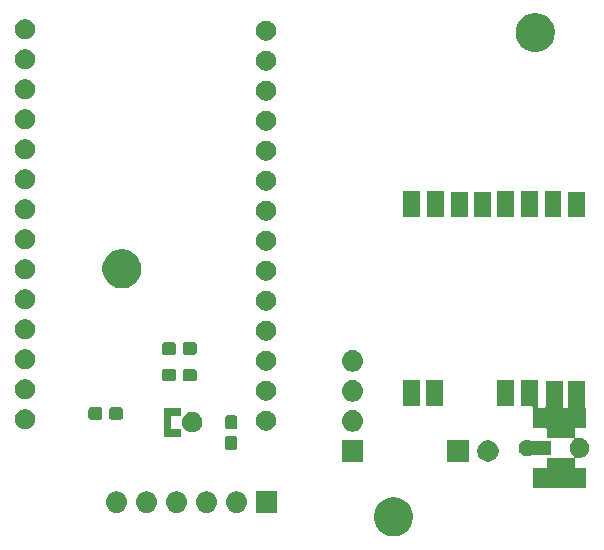
<source format=gbr>
G04 #@! TF.GenerationSoftware,KiCad,Pcbnew,(5.1.0)-1*
G04 #@! TF.CreationDate,2019-05-29T17:20:43+02:00*
G04 #@! TF.ProjectId,Mini-Lora,4d696e69-2d4c-46f7-9261-2e6b69636164,rev?*
G04 #@! TF.SameCoordinates,Original*
G04 #@! TF.FileFunction,Soldermask,Top*
G04 #@! TF.FilePolarity,Negative*
%FSLAX46Y46*%
G04 Gerber Fmt 4.6, Leading zero omitted, Abs format (unit mm)*
G04 Created by KiCad (PCBNEW (5.1.0)-1) date 2019-05-29 17:20:43*
%MOMM*%
%LPD*%
G04 APERTURE LIST*
%ADD10C,0.100000*%
G04 APERTURE END LIST*
D10*
G36*
X167125256Y-112141298D02*
G01*
X167231579Y-112162447D01*
X167532042Y-112286903D01*
X167802451Y-112467585D01*
X168032415Y-112697549D01*
X168213097Y-112967958D01*
X168337553Y-113268421D01*
X168401000Y-113587391D01*
X168401000Y-113912609D01*
X168337553Y-114231579D01*
X168213097Y-114532042D01*
X168032415Y-114802451D01*
X167802451Y-115032415D01*
X167532042Y-115213097D01*
X167231579Y-115337553D01*
X167125256Y-115358702D01*
X166912611Y-115401000D01*
X166587389Y-115401000D01*
X166374744Y-115358702D01*
X166268421Y-115337553D01*
X165967958Y-115213097D01*
X165697549Y-115032415D01*
X165467585Y-114802451D01*
X165286903Y-114532042D01*
X165162447Y-114231579D01*
X165099000Y-113912609D01*
X165099000Y-113587391D01*
X165162447Y-113268421D01*
X165286903Y-112967958D01*
X165467585Y-112697549D01*
X165697549Y-112467585D01*
X165967958Y-112286903D01*
X166268421Y-112162447D01*
X166374744Y-112141298D01*
X166587389Y-112099000D01*
X166912611Y-112099000D01*
X167125256Y-112141298D01*
X167125256Y-112141298D01*
G37*
G36*
X156901000Y-113401000D02*
G01*
X155099000Y-113401000D01*
X155099000Y-111599000D01*
X156901000Y-111599000D01*
X156901000Y-113401000D01*
X156901000Y-113401000D01*
G37*
G36*
X143410443Y-111605519D02*
G01*
X143476627Y-111612037D01*
X143646466Y-111663557D01*
X143802991Y-111747222D01*
X143838729Y-111776552D01*
X143940186Y-111859814D01*
X144023448Y-111961271D01*
X144052778Y-111997009D01*
X144136443Y-112153534D01*
X144187963Y-112323373D01*
X144205359Y-112500000D01*
X144187963Y-112676627D01*
X144136443Y-112846466D01*
X144052778Y-113002991D01*
X144023448Y-113038729D01*
X143940186Y-113140186D01*
X143838729Y-113223448D01*
X143802991Y-113252778D01*
X143646466Y-113336443D01*
X143476627Y-113387963D01*
X143410442Y-113394482D01*
X143344260Y-113401000D01*
X143255740Y-113401000D01*
X143189558Y-113394482D01*
X143123373Y-113387963D01*
X142953534Y-113336443D01*
X142797009Y-113252778D01*
X142761271Y-113223448D01*
X142659814Y-113140186D01*
X142576552Y-113038729D01*
X142547222Y-113002991D01*
X142463557Y-112846466D01*
X142412037Y-112676627D01*
X142394641Y-112500000D01*
X142412037Y-112323373D01*
X142463557Y-112153534D01*
X142547222Y-111997009D01*
X142576552Y-111961271D01*
X142659814Y-111859814D01*
X142761271Y-111776552D01*
X142797009Y-111747222D01*
X142953534Y-111663557D01*
X143123373Y-111612037D01*
X143189557Y-111605519D01*
X143255740Y-111599000D01*
X143344260Y-111599000D01*
X143410443Y-111605519D01*
X143410443Y-111605519D01*
G37*
G36*
X145950443Y-111605519D02*
G01*
X146016627Y-111612037D01*
X146186466Y-111663557D01*
X146342991Y-111747222D01*
X146378729Y-111776552D01*
X146480186Y-111859814D01*
X146563448Y-111961271D01*
X146592778Y-111997009D01*
X146676443Y-112153534D01*
X146727963Y-112323373D01*
X146745359Y-112500000D01*
X146727963Y-112676627D01*
X146676443Y-112846466D01*
X146592778Y-113002991D01*
X146563448Y-113038729D01*
X146480186Y-113140186D01*
X146378729Y-113223448D01*
X146342991Y-113252778D01*
X146186466Y-113336443D01*
X146016627Y-113387963D01*
X145950442Y-113394482D01*
X145884260Y-113401000D01*
X145795740Y-113401000D01*
X145729558Y-113394482D01*
X145663373Y-113387963D01*
X145493534Y-113336443D01*
X145337009Y-113252778D01*
X145301271Y-113223448D01*
X145199814Y-113140186D01*
X145116552Y-113038729D01*
X145087222Y-113002991D01*
X145003557Y-112846466D01*
X144952037Y-112676627D01*
X144934641Y-112500000D01*
X144952037Y-112323373D01*
X145003557Y-112153534D01*
X145087222Y-111997009D01*
X145116552Y-111961271D01*
X145199814Y-111859814D01*
X145301271Y-111776552D01*
X145337009Y-111747222D01*
X145493534Y-111663557D01*
X145663373Y-111612037D01*
X145729557Y-111605519D01*
X145795740Y-111599000D01*
X145884260Y-111599000D01*
X145950443Y-111605519D01*
X145950443Y-111605519D01*
G37*
G36*
X151030443Y-111605519D02*
G01*
X151096627Y-111612037D01*
X151266466Y-111663557D01*
X151422991Y-111747222D01*
X151458729Y-111776552D01*
X151560186Y-111859814D01*
X151643448Y-111961271D01*
X151672778Y-111997009D01*
X151756443Y-112153534D01*
X151807963Y-112323373D01*
X151825359Y-112500000D01*
X151807963Y-112676627D01*
X151756443Y-112846466D01*
X151672778Y-113002991D01*
X151643448Y-113038729D01*
X151560186Y-113140186D01*
X151458729Y-113223448D01*
X151422991Y-113252778D01*
X151266466Y-113336443D01*
X151096627Y-113387963D01*
X151030442Y-113394482D01*
X150964260Y-113401000D01*
X150875740Y-113401000D01*
X150809558Y-113394482D01*
X150743373Y-113387963D01*
X150573534Y-113336443D01*
X150417009Y-113252778D01*
X150381271Y-113223448D01*
X150279814Y-113140186D01*
X150196552Y-113038729D01*
X150167222Y-113002991D01*
X150083557Y-112846466D01*
X150032037Y-112676627D01*
X150014641Y-112500000D01*
X150032037Y-112323373D01*
X150083557Y-112153534D01*
X150167222Y-111997009D01*
X150196552Y-111961271D01*
X150279814Y-111859814D01*
X150381271Y-111776552D01*
X150417009Y-111747222D01*
X150573534Y-111663557D01*
X150743373Y-111612037D01*
X150809557Y-111605519D01*
X150875740Y-111599000D01*
X150964260Y-111599000D01*
X151030443Y-111605519D01*
X151030443Y-111605519D01*
G37*
G36*
X153570443Y-111605519D02*
G01*
X153636627Y-111612037D01*
X153806466Y-111663557D01*
X153962991Y-111747222D01*
X153998729Y-111776552D01*
X154100186Y-111859814D01*
X154183448Y-111961271D01*
X154212778Y-111997009D01*
X154296443Y-112153534D01*
X154347963Y-112323373D01*
X154365359Y-112500000D01*
X154347963Y-112676627D01*
X154296443Y-112846466D01*
X154212778Y-113002991D01*
X154183448Y-113038729D01*
X154100186Y-113140186D01*
X153998729Y-113223448D01*
X153962991Y-113252778D01*
X153806466Y-113336443D01*
X153636627Y-113387963D01*
X153570442Y-113394482D01*
X153504260Y-113401000D01*
X153415740Y-113401000D01*
X153349558Y-113394482D01*
X153283373Y-113387963D01*
X153113534Y-113336443D01*
X152957009Y-113252778D01*
X152921271Y-113223448D01*
X152819814Y-113140186D01*
X152736552Y-113038729D01*
X152707222Y-113002991D01*
X152623557Y-112846466D01*
X152572037Y-112676627D01*
X152554641Y-112500000D01*
X152572037Y-112323373D01*
X152623557Y-112153534D01*
X152707222Y-111997009D01*
X152736552Y-111961271D01*
X152819814Y-111859814D01*
X152921271Y-111776552D01*
X152957009Y-111747222D01*
X153113534Y-111663557D01*
X153283373Y-111612037D01*
X153349557Y-111605519D01*
X153415740Y-111599000D01*
X153504260Y-111599000D01*
X153570443Y-111605519D01*
X153570443Y-111605519D01*
G37*
G36*
X148490443Y-111605519D02*
G01*
X148556627Y-111612037D01*
X148726466Y-111663557D01*
X148882991Y-111747222D01*
X148918729Y-111776552D01*
X149020186Y-111859814D01*
X149103448Y-111961271D01*
X149132778Y-111997009D01*
X149216443Y-112153534D01*
X149267963Y-112323373D01*
X149285359Y-112500000D01*
X149267963Y-112676627D01*
X149216443Y-112846466D01*
X149132778Y-113002991D01*
X149103448Y-113038729D01*
X149020186Y-113140186D01*
X148918729Y-113223448D01*
X148882991Y-113252778D01*
X148726466Y-113336443D01*
X148556627Y-113387963D01*
X148490442Y-113394482D01*
X148424260Y-113401000D01*
X148335740Y-113401000D01*
X148269558Y-113394482D01*
X148203373Y-113387963D01*
X148033534Y-113336443D01*
X147877009Y-113252778D01*
X147841271Y-113223448D01*
X147739814Y-113140186D01*
X147656552Y-113038729D01*
X147627222Y-113002991D01*
X147543557Y-112846466D01*
X147492037Y-112676627D01*
X147474641Y-112500000D01*
X147492037Y-112323373D01*
X147543557Y-112153534D01*
X147627222Y-111997009D01*
X147656552Y-111961271D01*
X147739814Y-111859814D01*
X147841271Y-111776552D01*
X147877009Y-111747222D01*
X148033534Y-111663557D01*
X148203373Y-111612037D01*
X148269557Y-111605519D01*
X148335740Y-111599000D01*
X148424260Y-111599000D01*
X148490443Y-111605519D01*
X148490443Y-111605519D01*
G37*
G36*
X178964409Y-104420021D02*
G01*
X178966811Y-104444407D01*
X178973924Y-104467856D01*
X178985475Y-104489467D01*
X179001020Y-104508409D01*
X179019962Y-104523954D01*
X179041573Y-104535505D01*
X179065022Y-104542618D01*
X179089408Y-104545020D01*
X179512010Y-104545020D01*
X179536396Y-104542618D01*
X179559845Y-104535505D01*
X179581456Y-104523954D01*
X179600398Y-104508409D01*
X179615943Y-104489467D01*
X179627494Y-104467856D01*
X179634607Y-104444407D01*
X179637009Y-104420021D01*
X179637009Y-102212520D01*
X181059409Y-102212520D01*
X181059409Y-104420021D01*
X181061811Y-104444407D01*
X181068924Y-104467856D01*
X181080475Y-104489467D01*
X181096020Y-104508409D01*
X181114962Y-104523954D01*
X181136573Y-104535505D01*
X181160022Y-104542618D01*
X181184408Y-104545020D01*
X181417010Y-104545020D01*
X181441396Y-104542618D01*
X181464845Y-104535505D01*
X181486456Y-104523954D01*
X181505398Y-104508409D01*
X181520943Y-104489467D01*
X181532494Y-104467856D01*
X181539607Y-104444407D01*
X181542009Y-104420021D01*
X181542009Y-102212520D01*
X182964409Y-102212520D01*
X182964409Y-104420021D01*
X182966811Y-104444407D01*
X182973924Y-104467856D01*
X182985475Y-104489467D01*
X183001020Y-104508409D01*
X183012909Y-104518166D01*
X183012909Y-106221420D01*
X182205908Y-106221420D01*
X182181522Y-106223822D01*
X182158073Y-106230935D01*
X182136462Y-106242486D01*
X182117520Y-106258031D01*
X182101975Y-106276973D01*
X182090424Y-106298584D01*
X182083311Y-106322033D01*
X182080909Y-106346419D01*
X182080909Y-106999250D01*
X182083311Y-107023636D01*
X182090424Y-107047085D01*
X182101975Y-107068696D01*
X182117520Y-107087638D01*
X182136462Y-107103183D01*
X182158073Y-107114734D01*
X182181522Y-107121847D01*
X182205908Y-107124249D01*
X182230294Y-107121847D01*
X182241316Y-107118504D01*
X182247714Y-107117231D01*
X182247715Y-107117231D01*
X182320902Y-107102673D01*
X182409652Y-107085020D01*
X182574766Y-107085020D01*
X182655734Y-107101125D01*
X182736703Y-107117231D01*
X182889247Y-107180417D01*
X182936544Y-107212020D01*
X183026531Y-107272147D01*
X183143282Y-107388898D01*
X183143284Y-107388901D01*
X183235012Y-107526182D01*
X183235012Y-107526183D01*
X183298198Y-107678726D01*
X183330409Y-107840664D01*
X183330409Y-108005776D01*
X183305567Y-108130669D01*
X183298198Y-108167713D01*
X183235012Y-108320258D01*
X183197377Y-108376583D01*
X183143282Y-108457542D01*
X183026531Y-108574293D01*
X183026528Y-108574295D01*
X182889247Y-108666023D01*
X182845192Y-108684271D01*
X182736703Y-108729209D01*
X182666058Y-108743261D01*
X182574766Y-108761420D01*
X182409652Y-108761420D01*
X182318360Y-108743261D01*
X182247715Y-108729209D01*
X182247714Y-108729209D01*
X182241316Y-108727936D01*
X182230287Y-108724591D01*
X182205900Y-108722191D01*
X182181514Y-108724594D01*
X182158066Y-108731709D01*
X182136456Y-108743261D01*
X182117515Y-108758808D01*
X182101971Y-108777751D01*
X182090421Y-108799362D01*
X182083309Y-108822811D01*
X182080909Y-108847190D01*
X182080909Y-109500021D01*
X182083311Y-109524407D01*
X182090424Y-109547856D01*
X182101975Y-109569467D01*
X182117520Y-109588409D01*
X182136462Y-109603954D01*
X182158073Y-109615505D01*
X182181522Y-109622618D01*
X182205908Y-109625020D01*
X183012909Y-109625020D01*
X183012909Y-111301420D01*
X178542509Y-111301420D01*
X178542509Y-109625020D01*
X179603510Y-109625020D01*
X179627896Y-109622618D01*
X179651345Y-109615505D01*
X179672956Y-109603954D01*
X179691898Y-109588409D01*
X179707443Y-109569467D01*
X179718994Y-109547856D01*
X179726107Y-109524407D01*
X179728509Y-109500021D01*
X179728509Y-108832247D01*
X179729425Y-108822946D01*
X179730350Y-108819896D01*
X179731849Y-108817091D01*
X179733869Y-108814630D01*
X179736330Y-108812610D01*
X179739135Y-108811111D01*
X179742185Y-108810186D01*
X179751486Y-108809270D01*
X181897489Y-108809270D01*
X181921875Y-108806868D01*
X181945324Y-108799755D01*
X181966935Y-108788204D01*
X181985877Y-108772659D01*
X182001422Y-108753717D01*
X182012973Y-108732106D01*
X182020086Y-108708657D01*
X182022488Y-108684271D01*
X182020086Y-108659885D01*
X182012973Y-108636436D01*
X182001422Y-108614825D01*
X181985877Y-108595883D01*
X181966934Y-108580338D01*
X181957890Y-108574295D01*
X181957887Y-108574293D01*
X181841136Y-108457542D01*
X181787041Y-108376583D01*
X181749406Y-108320258D01*
X181686220Y-108167713D01*
X181678852Y-108130669D01*
X181654009Y-108005776D01*
X181654009Y-107840664D01*
X181686220Y-107678726D01*
X181749406Y-107526183D01*
X181749406Y-107526182D01*
X181841134Y-107388901D01*
X181841136Y-107388898D01*
X181957887Y-107272147D01*
X181966934Y-107266102D01*
X181985876Y-107250557D01*
X182001421Y-107231615D01*
X182012973Y-107210005D01*
X182020086Y-107186556D01*
X182022488Y-107162170D01*
X182020086Y-107137784D01*
X182012973Y-107114335D01*
X182001422Y-107092724D01*
X181985877Y-107073782D01*
X181966935Y-107058237D01*
X181945325Y-107046685D01*
X181921876Y-107039572D01*
X181897489Y-107037170D01*
X179751486Y-107037170D01*
X179742185Y-107036254D01*
X179739135Y-107035329D01*
X179736330Y-107033830D01*
X179733869Y-107031810D01*
X179731849Y-107029349D01*
X179730350Y-107026544D01*
X179729425Y-107023494D01*
X179728509Y-107014193D01*
X179728509Y-106346419D01*
X179726107Y-106322033D01*
X179718994Y-106298584D01*
X179707443Y-106276973D01*
X179691898Y-106258031D01*
X179672956Y-106242486D01*
X179651345Y-106230935D01*
X179627896Y-106223822D01*
X179603510Y-106221420D01*
X178542509Y-106221420D01*
X178542509Y-104487919D01*
X178540107Y-104463533D01*
X178532994Y-104440084D01*
X178521443Y-104418473D01*
X178505898Y-104399531D01*
X178486956Y-104383986D01*
X178465345Y-104372435D01*
X178441896Y-104365322D01*
X178417510Y-104362920D01*
X177542009Y-104362920D01*
X177542009Y-102210520D01*
X178964409Y-102210520D01*
X178964409Y-104420021D01*
X178964409Y-104420021D01*
G37*
G36*
X175008224Y-107310171D02*
G01*
X175125409Y-107358711D01*
X175172324Y-107378144D01*
X175320009Y-107476824D01*
X175445605Y-107602420D01*
X175521344Y-107715771D01*
X175544286Y-107750107D01*
X175612258Y-107914205D01*
X175646909Y-108088409D01*
X175646909Y-108266031D01*
X175612258Y-108440235D01*
X175575703Y-108528486D01*
X175544285Y-108604335D01*
X175445605Y-108752020D01*
X175320009Y-108877616D01*
X175172324Y-108976296D01*
X175172323Y-108976297D01*
X175172322Y-108976297D01*
X175008224Y-109044269D01*
X174834020Y-109078920D01*
X174656398Y-109078920D01*
X174482194Y-109044269D01*
X174318096Y-108976297D01*
X174318095Y-108976297D01*
X174318094Y-108976296D01*
X174170409Y-108877616D01*
X174044813Y-108752020D01*
X173946133Y-108604335D01*
X173914715Y-108528486D01*
X173878160Y-108440235D01*
X173843509Y-108266031D01*
X173843509Y-108088409D01*
X173878160Y-107914205D01*
X173946132Y-107750107D01*
X173969075Y-107715771D01*
X174044813Y-107602420D01*
X174170409Y-107476824D01*
X174318094Y-107378144D01*
X174365009Y-107358711D01*
X174482194Y-107310171D01*
X174656398Y-107275520D01*
X174834020Y-107275520D01*
X175008224Y-107310171D01*
X175008224Y-107310171D01*
G37*
G36*
X173106909Y-109078920D02*
G01*
X171303509Y-109078920D01*
X171303509Y-107275520D01*
X173106909Y-107275520D01*
X173106909Y-109078920D01*
X173106909Y-109078920D01*
G37*
G36*
X164178221Y-109069520D02*
G01*
X162376221Y-109069520D01*
X162376221Y-107267520D01*
X164178221Y-107267520D01*
X164178221Y-109069520D01*
X164178221Y-109069520D01*
G37*
G36*
X178185957Y-107225686D02*
G01*
X178254658Y-107239351D01*
X178308269Y-107261558D01*
X178384087Y-107292962D01*
X178421490Y-107317954D01*
X178443100Y-107329505D01*
X178466549Y-107336618D01*
X178490936Y-107339020D01*
X180099682Y-107339020D01*
X180108983Y-107339936D01*
X180112033Y-107340861D01*
X180114838Y-107342360D01*
X180117299Y-107344380D01*
X180119319Y-107346841D01*
X180120818Y-107349646D01*
X180121743Y-107352696D01*
X180122659Y-107361997D01*
X180122659Y-108484443D01*
X180121743Y-108493744D01*
X180120818Y-108496794D01*
X180119319Y-108499599D01*
X180117299Y-108502060D01*
X180114838Y-108504080D01*
X180112033Y-108505579D01*
X180108983Y-108506504D01*
X180099682Y-108507420D01*
X178490936Y-108507420D01*
X178466550Y-108509822D01*
X178443101Y-108516935D01*
X178421490Y-108528486D01*
X178384087Y-108553478D01*
X178319240Y-108580338D01*
X178254658Y-108607089D01*
X178185957Y-108620754D01*
X178117257Y-108634420D01*
X177977161Y-108634420D01*
X177908461Y-108620754D01*
X177839760Y-108607089D01*
X177775178Y-108580338D01*
X177710331Y-108553478D01*
X177593846Y-108475645D01*
X177494784Y-108376583D01*
X177416951Y-108260098D01*
X177363340Y-108130668D01*
X177351582Y-108071555D01*
X177348483Y-108055980D01*
X177336009Y-107993268D01*
X177336009Y-107853172D01*
X177363340Y-107715772D01*
X177416951Y-107586342D01*
X177494784Y-107469857D01*
X177593846Y-107370795D01*
X177710331Y-107292962D01*
X177786149Y-107261558D01*
X177839760Y-107239351D01*
X177908461Y-107225686D01*
X177977161Y-107212020D01*
X178117257Y-107212020D01*
X178185957Y-107225686D01*
X178185957Y-107225686D01*
G37*
G36*
X153364499Y-106928445D02*
G01*
X153401995Y-106939820D01*
X153436554Y-106958292D01*
X153466847Y-106983153D01*
X153491708Y-107013446D01*
X153510180Y-107048005D01*
X153521555Y-107085501D01*
X153526000Y-107130638D01*
X153526000Y-107869362D01*
X153521555Y-107914499D01*
X153510180Y-107951995D01*
X153491708Y-107986554D01*
X153466847Y-108016847D01*
X153436554Y-108041708D01*
X153401995Y-108060180D01*
X153364499Y-108071555D01*
X153319362Y-108076000D01*
X152680638Y-108076000D01*
X152635501Y-108071555D01*
X152598005Y-108060180D01*
X152563446Y-108041708D01*
X152533153Y-108016847D01*
X152508292Y-107986554D01*
X152489820Y-107951995D01*
X152478445Y-107914499D01*
X152474000Y-107869362D01*
X152474000Y-107130638D01*
X152478445Y-107085501D01*
X152489820Y-107048005D01*
X152508292Y-107013446D01*
X152533153Y-106983153D01*
X152563446Y-106958292D01*
X152598005Y-106939820D01*
X152635501Y-106928445D01*
X152680638Y-106924000D01*
X153319362Y-106924000D01*
X153364499Y-106928445D01*
X153364499Y-106928445D01*
G37*
G36*
X148763300Y-105200800D02*
G01*
X148038299Y-105200800D01*
X148013913Y-105203202D01*
X147990464Y-105210315D01*
X147968853Y-105221866D01*
X147949911Y-105237411D01*
X147934366Y-105256353D01*
X147922815Y-105277964D01*
X147915702Y-105301413D01*
X147913300Y-105325799D01*
X147913300Y-106174201D01*
X147915702Y-106198587D01*
X147922815Y-106222036D01*
X147934366Y-106243647D01*
X147949911Y-106262589D01*
X147968853Y-106278134D01*
X147990464Y-106289685D01*
X148013913Y-106296798D01*
X148038299Y-106299200D01*
X148763300Y-106299200D01*
X148763300Y-107000800D01*
X147286700Y-107000800D01*
X147286700Y-104499200D01*
X148763300Y-104499200D01*
X148763300Y-105200800D01*
X148763300Y-105200800D01*
G37*
G36*
X149961815Y-104919876D02*
G01*
X150118926Y-104984954D01*
X150260322Y-105079431D01*
X150380569Y-105199678D01*
X150475046Y-105341074D01*
X150540124Y-105498185D01*
X150573300Y-105664972D01*
X150573300Y-105835028D01*
X150540124Y-106001815D01*
X150528494Y-106029891D01*
X150478789Y-106149891D01*
X150475046Y-106158926D01*
X150380569Y-106300322D01*
X150260322Y-106420569D01*
X150118926Y-106515046D01*
X149961815Y-106580124D01*
X149795029Y-106613300D01*
X149624971Y-106613300D01*
X149458185Y-106580124D01*
X149301074Y-106515046D01*
X149159678Y-106420569D01*
X149039431Y-106300322D01*
X148992232Y-106229682D01*
X148976687Y-106210741D01*
X148957745Y-106195196D01*
X148939856Y-106185634D01*
X148940982Y-106174201D01*
X148938580Y-106149815D01*
X148931467Y-106126366D01*
X148891506Y-106029891D01*
X148879876Y-106001815D01*
X148846700Y-105835028D01*
X148846700Y-105664972D01*
X148879876Y-105498185D01*
X148931467Y-105373634D01*
X148938580Y-105350185D01*
X148940982Y-105325799D01*
X148939856Y-105314366D01*
X148957745Y-105304804D01*
X148976687Y-105289259D01*
X148992232Y-105270317D01*
X149001562Y-105256353D01*
X149039431Y-105199678D01*
X149159678Y-105079431D01*
X149301074Y-104984954D01*
X149458185Y-104919876D01*
X149624971Y-104886700D01*
X149795029Y-104886700D01*
X149961815Y-104919876D01*
X149961815Y-104919876D01*
G37*
G36*
X163387663Y-104734038D02*
G01*
X163453848Y-104740557D01*
X163623687Y-104792077D01*
X163780212Y-104875742D01*
X163793564Y-104886700D01*
X163917407Y-104988334D01*
X164000669Y-105089791D01*
X164029999Y-105125529D01*
X164113664Y-105282054D01*
X164165184Y-105451893D01*
X164182580Y-105628520D01*
X164165184Y-105805147D01*
X164113664Y-105974986D01*
X164113663Y-105974988D01*
X164094730Y-106010409D01*
X164029999Y-106131511D01*
X164007500Y-106158926D01*
X163917407Y-106268706D01*
X163822712Y-106346419D01*
X163780212Y-106381298D01*
X163623687Y-106464963D01*
X163453848Y-106516483D01*
X163387664Y-106523001D01*
X163321481Y-106529520D01*
X163232961Y-106529520D01*
X163166778Y-106523001D01*
X163100594Y-106516483D01*
X162930755Y-106464963D01*
X162774230Y-106381298D01*
X162731730Y-106346419D01*
X162637035Y-106268706D01*
X162546942Y-106158926D01*
X162524443Y-106131511D01*
X162459712Y-106010409D01*
X162440779Y-105974988D01*
X162440778Y-105974986D01*
X162389258Y-105805147D01*
X162371862Y-105628520D01*
X162389258Y-105451893D01*
X162440778Y-105282054D01*
X162524443Y-105125529D01*
X162553773Y-105089791D01*
X162637035Y-104988334D01*
X162760878Y-104886700D01*
X162774230Y-104875742D01*
X162930755Y-104792077D01*
X163100594Y-104740557D01*
X163166779Y-104734038D01*
X163232961Y-104727520D01*
X163321481Y-104727520D01*
X163387663Y-104734038D01*
X163387663Y-104734038D01*
G37*
G36*
X156120864Y-104771790D02*
G01*
X156203128Y-104788153D01*
X156358109Y-104852348D01*
X156497589Y-104945546D01*
X156616206Y-105064163D01*
X156709404Y-105203643D01*
X156773599Y-105358624D01*
X156782456Y-105403152D01*
X156806325Y-105523150D01*
X156806325Y-105690904D01*
X156797468Y-105735430D01*
X156773599Y-105855430D01*
X156709404Y-106010411D01*
X156616206Y-106149891D01*
X156497589Y-106268508D01*
X156358109Y-106361706D01*
X156203128Y-106425901D01*
X156120864Y-106442264D01*
X156038602Y-106458627D01*
X155870848Y-106458627D01*
X155788586Y-106442264D01*
X155706322Y-106425901D01*
X155551341Y-106361706D01*
X155411861Y-106268508D01*
X155293244Y-106149891D01*
X155200046Y-106010411D01*
X155135851Y-105855430D01*
X155111982Y-105735430D01*
X155103125Y-105690904D01*
X155103125Y-105523150D01*
X155126994Y-105403152D01*
X155135851Y-105358624D01*
X155200046Y-105203643D01*
X155293244Y-105064163D01*
X155411861Y-104945546D01*
X155551341Y-104852348D01*
X155706322Y-104788153D01*
X155788586Y-104771790D01*
X155870848Y-104755427D01*
X156038602Y-104755427D01*
X156120864Y-104771790D01*
X156120864Y-104771790D01*
G37*
G36*
X135720864Y-104651790D02*
G01*
X135803128Y-104668153D01*
X135958109Y-104732348D01*
X136097589Y-104825546D01*
X136216206Y-104944163D01*
X136309404Y-105083643D01*
X136373599Y-105238624D01*
X136383671Y-105289259D01*
X136397469Y-105358626D01*
X136406325Y-105403152D01*
X136406325Y-105570902D01*
X136373599Y-105735430D01*
X136309404Y-105890411D01*
X136216206Y-106029891D01*
X136097589Y-106148508D01*
X135958109Y-106241706D01*
X135803128Y-106305901D01*
X135727485Y-106320947D01*
X135638602Y-106338627D01*
X135470848Y-106338627D01*
X135381965Y-106320947D01*
X135306322Y-106305901D01*
X135151341Y-106241706D01*
X135011861Y-106148508D01*
X134893244Y-106029891D01*
X134800046Y-105890411D01*
X134735851Y-105735430D01*
X134703125Y-105570902D01*
X134703125Y-105403152D01*
X134711982Y-105358626D01*
X134725779Y-105289259D01*
X134735851Y-105238624D01*
X134800046Y-105083643D01*
X134893244Y-104944163D01*
X135011861Y-104825546D01*
X135151341Y-104732348D01*
X135306322Y-104668153D01*
X135388586Y-104651790D01*
X135470848Y-104635427D01*
X135638602Y-104635427D01*
X135720864Y-104651790D01*
X135720864Y-104651790D01*
G37*
G36*
X153364499Y-105178445D02*
G01*
X153401995Y-105189820D01*
X153436554Y-105208292D01*
X153466847Y-105233153D01*
X153491708Y-105263446D01*
X153510180Y-105298005D01*
X153521555Y-105335501D01*
X153526000Y-105380638D01*
X153526000Y-106119362D01*
X153521555Y-106164499D01*
X153510180Y-106201995D01*
X153491708Y-106236554D01*
X153466847Y-106266847D01*
X153436554Y-106291708D01*
X153401995Y-106310180D01*
X153364499Y-106321555D01*
X153319362Y-106326000D01*
X152680638Y-106326000D01*
X152635501Y-106321555D01*
X152598005Y-106310180D01*
X152563446Y-106291708D01*
X152533153Y-106266847D01*
X152508292Y-106236554D01*
X152489820Y-106201995D01*
X152478445Y-106164499D01*
X152474000Y-106119362D01*
X152474000Y-105380638D01*
X152478445Y-105335501D01*
X152489820Y-105298005D01*
X152508292Y-105263446D01*
X152533153Y-105233153D01*
X152563446Y-105208292D01*
X152598005Y-105189820D01*
X152635501Y-105178445D01*
X152680638Y-105174000D01*
X153319362Y-105174000D01*
X153364499Y-105178445D01*
X153364499Y-105178445D01*
G37*
G36*
X143664499Y-104478445D02*
G01*
X143701995Y-104489820D01*
X143736554Y-104508292D01*
X143766847Y-104533153D01*
X143791708Y-104563446D01*
X143810180Y-104598005D01*
X143821555Y-104635501D01*
X143826000Y-104680638D01*
X143826000Y-105319362D01*
X143821555Y-105364499D01*
X143810180Y-105401995D01*
X143791708Y-105436554D01*
X143766847Y-105466847D01*
X143736554Y-105491708D01*
X143701995Y-105510180D01*
X143664499Y-105521555D01*
X143619362Y-105526000D01*
X142880638Y-105526000D01*
X142835501Y-105521555D01*
X142798005Y-105510180D01*
X142763446Y-105491708D01*
X142733153Y-105466847D01*
X142708292Y-105436554D01*
X142689820Y-105401995D01*
X142678445Y-105364499D01*
X142674000Y-105319362D01*
X142674000Y-104680638D01*
X142678445Y-104635501D01*
X142689820Y-104598005D01*
X142708292Y-104563446D01*
X142733153Y-104533153D01*
X142763446Y-104508292D01*
X142798005Y-104489820D01*
X142835501Y-104478445D01*
X142880638Y-104474000D01*
X143619362Y-104474000D01*
X143664499Y-104478445D01*
X143664499Y-104478445D01*
G37*
G36*
X141914499Y-104478445D02*
G01*
X141951995Y-104489820D01*
X141986554Y-104508292D01*
X142016847Y-104533153D01*
X142041708Y-104563446D01*
X142060180Y-104598005D01*
X142071555Y-104635501D01*
X142076000Y-104680638D01*
X142076000Y-105319362D01*
X142071555Y-105364499D01*
X142060180Y-105401995D01*
X142041708Y-105436554D01*
X142016847Y-105466847D01*
X141986554Y-105491708D01*
X141951995Y-105510180D01*
X141914499Y-105521555D01*
X141869362Y-105526000D01*
X141130638Y-105526000D01*
X141085501Y-105521555D01*
X141048005Y-105510180D01*
X141013446Y-105491708D01*
X140983153Y-105466847D01*
X140958292Y-105436554D01*
X140939820Y-105401995D01*
X140928445Y-105364499D01*
X140924000Y-105319362D01*
X140924000Y-104680638D01*
X140928445Y-104635501D01*
X140939820Y-104598005D01*
X140958292Y-104563446D01*
X140983153Y-104533153D01*
X141013446Y-104508292D01*
X141048005Y-104489820D01*
X141085501Y-104478445D01*
X141130638Y-104474000D01*
X141869362Y-104474000D01*
X141914499Y-104478445D01*
X141914499Y-104478445D01*
G37*
G36*
X176964409Y-104362920D02*
G01*
X175542009Y-104362920D01*
X175542009Y-102210520D01*
X176964409Y-102210520D01*
X176964409Y-104362920D01*
X176964409Y-104362920D01*
G37*
G36*
X170964409Y-104362920D02*
G01*
X169542009Y-104362920D01*
X169542009Y-102210520D01*
X170964409Y-102210520D01*
X170964409Y-104362920D01*
X170964409Y-104362920D01*
G37*
G36*
X168964409Y-104362920D02*
G01*
X167542009Y-104362920D01*
X167542009Y-102210520D01*
X168964409Y-102210520D01*
X168964409Y-104362920D01*
X168964409Y-104362920D01*
G37*
G36*
X163387663Y-102194038D02*
G01*
X163453848Y-102200557D01*
X163623687Y-102252077D01*
X163623689Y-102252078D01*
X163668443Y-102276000D01*
X163780212Y-102335742D01*
X163815950Y-102365072D01*
X163917407Y-102448334D01*
X164000669Y-102549791D01*
X164029999Y-102585529D01*
X164113664Y-102742054D01*
X164165184Y-102911893D01*
X164182580Y-103088520D01*
X164165184Y-103265147D01*
X164113664Y-103434986D01*
X164029999Y-103591511D01*
X164016049Y-103608509D01*
X163917407Y-103728706D01*
X163815950Y-103811968D01*
X163780212Y-103841298D01*
X163623687Y-103924963D01*
X163453848Y-103976483D01*
X163387663Y-103983002D01*
X163321481Y-103989520D01*
X163232961Y-103989520D01*
X163166779Y-103983002D01*
X163100594Y-103976483D01*
X162930755Y-103924963D01*
X162774230Y-103841298D01*
X162738492Y-103811968D01*
X162637035Y-103728706D01*
X162538393Y-103608509D01*
X162524443Y-103591511D01*
X162440778Y-103434986D01*
X162389258Y-103265147D01*
X162371862Y-103088520D01*
X162389258Y-102911893D01*
X162440778Y-102742054D01*
X162524443Y-102585529D01*
X162553773Y-102549791D01*
X162637035Y-102448334D01*
X162738492Y-102365072D01*
X162774230Y-102335742D01*
X162885999Y-102276000D01*
X162930753Y-102252078D01*
X162930755Y-102252077D01*
X163100594Y-102200557D01*
X163166779Y-102194038D01*
X163232961Y-102187520D01*
X163321481Y-102187520D01*
X163387663Y-102194038D01*
X163387663Y-102194038D01*
G37*
G36*
X156120296Y-102231677D02*
G01*
X156203128Y-102248153D01*
X156358109Y-102312348D01*
X156497589Y-102405546D01*
X156616206Y-102524163D01*
X156709404Y-102663643D01*
X156773599Y-102818624D01*
X156782456Y-102863152D01*
X156806325Y-102983150D01*
X156806325Y-103150904D01*
X156797468Y-103195430D01*
X156773599Y-103315430D01*
X156709404Y-103470411D01*
X156616206Y-103609891D01*
X156497589Y-103728508D01*
X156358109Y-103821706D01*
X156203128Y-103885901D01*
X156120864Y-103902264D01*
X156038602Y-103918627D01*
X155870848Y-103918627D01*
X155788586Y-103902264D01*
X155706322Y-103885901D01*
X155551341Y-103821706D01*
X155411861Y-103728508D01*
X155293244Y-103609891D01*
X155200046Y-103470411D01*
X155135851Y-103315430D01*
X155111982Y-103195430D01*
X155103125Y-103150904D01*
X155103125Y-102983150D01*
X155126994Y-102863152D01*
X155135851Y-102818624D01*
X155200046Y-102663643D01*
X155293244Y-102524163D01*
X155411861Y-102405546D01*
X155551341Y-102312348D01*
X155706322Y-102248153D01*
X155789154Y-102231677D01*
X155870848Y-102215427D01*
X156038602Y-102215427D01*
X156120296Y-102231677D01*
X156120296Y-102231677D01*
G37*
G36*
X135720864Y-102111790D02*
G01*
X135803128Y-102128153D01*
X135958109Y-102192348D01*
X136097589Y-102285546D01*
X136216206Y-102404163D01*
X136309404Y-102543643D01*
X136373599Y-102698624D01*
X136389962Y-102780888D01*
X136397469Y-102818626D01*
X136406325Y-102863152D01*
X136406325Y-103030902D01*
X136373599Y-103195430D01*
X136309404Y-103350411D01*
X136216206Y-103489891D01*
X136097589Y-103608508D01*
X135958109Y-103701706D01*
X135803128Y-103765901D01*
X135720864Y-103782264D01*
X135638602Y-103798627D01*
X135470848Y-103798627D01*
X135388586Y-103782264D01*
X135306322Y-103765901D01*
X135151341Y-103701706D01*
X135011861Y-103608508D01*
X134893244Y-103489891D01*
X134800046Y-103350411D01*
X134735851Y-103195430D01*
X134703125Y-103030902D01*
X134703125Y-102863152D01*
X134711982Y-102818626D01*
X134719488Y-102780888D01*
X134735851Y-102698624D01*
X134800046Y-102543643D01*
X134893244Y-102404163D01*
X135011861Y-102285546D01*
X135151341Y-102192348D01*
X135306322Y-102128153D01*
X135388586Y-102111790D01*
X135470848Y-102095427D01*
X135638602Y-102095427D01*
X135720864Y-102111790D01*
X135720864Y-102111790D01*
G37*
G36*
X149914499Y-101228445D02*
G01*
X149951995Y-101239820D01*
X149986554Y-101258292D01*
X150016847Y-101283153D01*
X150041708Y-101313446D01*
X150060180Y-101348005D01*
X150071555Y-101385501D01*
X150076000Y-101430638D01*
X150076000Y-102069362D01*
X150071555Y-102114499D01*
X150060180Y-102151995D01*
X150041708Y-102186554D01*
X150016847Y-102216847D01*
X149986554Y-102241708D01*
X149951995Y-102260180D01*
X149914499Y-102271555D01*
X149869362Y-102276000D01*
X149130638Y-102276000D01*
X149085501Y-102271555D01*
X149048005Y-102260180D01*
X149013446Y-102241708D01*
X148983153Y-102216847D01*
X148958292Y-102186554D01*
X148939820Y-102151995D01*
X148928445Y-102114499D01*
X148924000Y-102069362D01*
X148924000Y-101430638D01*
X148928445Y-101385501D01*
X148939820Y-101348005D01*
X148958292Y-101313446D01*
X148983153Y-101283153D01*
X149013446Y-101258292D01*
X149048005Y-101239820D01*
X149085501Y-101228445D01*
X149130638Y-101224000D01*
X149869362Y-101224000D01*
X149914499Y-101228445D01*
X149914499Y-101228445D01*
G37*
G36*
X148164499Y-101228445D02*
G01*
X148201995Y-101239820D01*
X148236554Y-101258292D01*
X148266847Y-101283153D01*
X148291708Y-101313446D01*
X148310180Y-101348005D01*
X148321555Y-101385501D01*
X148326000Y-101430638D01*
X148326000Y-102069362D01*
X148321555Y-102114499D01*
X148310180Y-102151995D01*
X148291708Y-102186554D01*
X148266847Y-102216847D01*
X148236554Y-102241708D01*
X148201995Y-102260180D01*
X148164499Y-102271555D01*
X148119362Y-102276000D01*
X147380638Y-102276000D01*
X147335501Y-102271555D01*
X147298005Y-102260180D01*
X147263446Y-102241708D01*
X147233153Y-102216847D01*
X147208292Y-102186554D01*
X147189820Y-102151995D01*
X147178445Y-102114499D01*
X147174000Y-102069362D01*
X147174000Y-101430638D01*
X147178445Y-101385501D01*
X147189820Y-101348005D01*
X147208292Y-101313446D01*
X147233153Y-101283153D01*
X147263446Y-101258292D01*
X147298005Y-101239820D01*
X147335501Y-101228445D01*
X147380638Y-101224000D01*
X148119362Y-101224000D01*
X148164499Y-101228445D01*
X148164499Y-101228445D01*
G37*
G36*
X163387664Y-99654039D02*
G01*
X163453848Y-99660557D01*
X163623687Y-99712077D01*
X163780212Y-99795742D01*
X163802836Y-99814309D01*
X163917407Y-99908334D01*
X163997542Y-100005980D01*
X164029999Y-100045529D01*
X164113664Y-100202054D01*
X164165184Y-100371893D01*
X164182580Y-100548520D01*
X164165184Y-100725147D01*
X164113664Y-100894986D01*
X164029999Y-101051511D01*
X164016049Y-101068509D01*
X163917407Y-101188706D01*
X163820392Y-101268323D01*
X163780212Y-101301298D01*
X163623687Y-101384963D01*
X163453848Y-101436483D01*
X163387664Y-101443001D01*
X163321481Y-101449520D01*
X163232961Y-101449520D01*
X163166778Y-101443001D01*
X163100594Y-101436483D01*
X162930755Y-101384963D01*
X162774230Y-101301298D01*
X162734050Y-101268323D01*
X162637035Y-101188706D01*
X162538393Y-101068509D01*
X162524443Y-101051511D01*
X162440778Y-100894986D01*
X162389258Y-100725147D01*
X162371862Y-100548520D01*
X162389258Y-100371893D01*
X162440778Y-100202054D01*
X162524443Y-100045529D01*
X162556900Y-100005980D01*
X162637035Y-99908334D01*
X162751606Y-99814309D01*
X162774230Y-99795742D01*
X162930755Y-99712077D01*
X163100594Y-99660557D01*
X163166778Y-99654039D01*
X163232961Y-99647520D01*
X163321481Y-99647520D01*
X163387664Y-99654039D01*
X163387664Y-99654039D01*
G37*
G36*
X156120864Y-99691790D02*
G01*
X156203128Y-99708153D01*
X156358109Y-99772348D01*
X156497589Y-99865546D01*
X156616206Y-99984163D01*
X156709404Y-100123643D01*
X156773599Y-100278624D01*
X156782456Y-100323152D01*
X156806325Y-100443150D01*
X156806325Y-100610904D01*
X156797468Y-100655430D01*
X156773599Y-100775430D01*
X156709404Y-100930411D01*
X156616206Y-101069891D01*
X156497589Y-101188508D01*
X156358109Y-101281706D01*
X156203128Y-101345901D01*
X156120864Y-101362264D01*
X156038602Y-101378627D01*
X155870848Y-101378627D01*
X155788586Y-101362264D01*
X155706322Y-101345901D01*
X155551341Y-101281706D01*
X155411861Y-101188508D01*
X155293244Y-101069891D01*
X155200046Y-100930411D01*
X155135851Y-100775430D01*
X155111982Y-100655430D01*
X155103125Y-100610904D01*
X155103125Y-100443150D01*
X155126994Y-100323152D01*
X155135851Y-100278624D01*
X155200046Y-100123643D01*
X155293244Y-99984163D01*
X155411861Y-99865546D01*
X155551341Y-99772348D01*
X155706322Y-99708153D01*
X155788586Y-99691790D01*
X155870848Y-99675427D01*
X156038602Y-99675427D01*
X156120864Y-99691790D01*
X156120864Y-99691790D01*
G37*
G36*
X135720864Y-99571790D02*
G01*
X135803128Y-99588153D01*
X135958109Y-99652348D01*
X136097589Y-99745546D01*
X136216206Y-99864163D01*
X136309404Y-100003643D01*
X136373599Y-100158624D01*
X136389962Y-100240888D01*
X136397469Y-100278626D01*
X136406325Y-100323152D01*
X136406325Y-100490902D01*
X136373599Y-100655430D01*
X136309404Y-100810411D01*
X136216206Y-100949891D01*
X136097589Y-101068508D01*
X135958109Y-101161706D01*
X135803128Y-101225901D01*
X135733151Y-101239820D01*
X135638602Y-101258627D01*
X135470848Y-101258627D01*
X135376299Y-101239820D01*
X135306322Y-101225901D01*
X135151341Y-101161706D01*
X135011861Y-101068508D01*
X134893244Y-100949891D01*
X134800046Y-100810411D01*
X134735851Y-100655430D01*
X134703125Y-100490902D01*
X134703125Y-100323152D01*
X134711982Y-100278626D01*
X134719488Y-100240888D01*
X134735851Y-100158624D01*
X134800046Y-100003643D01*
X134893244Y-99864163D01*
X135011861Y-99745546D01*
X135151341Y-99652348D01*
X135306322Y-99588153D01*
X135388586Y-99571790D01*
X135470848Y-99555427D01*
X135638602Y-99555427D01*
X135720864Y-99571790D01*
X135720864Y-99571790D01*
G37*
G36*
X149914499Y-98978445D02*
G01*
X149951995Y-98989820D01*
X149986554Y-99008292D01*
X150016847Y-99033153D01*
X150041708Y-99063446D01*
X150060180Y-99098005D01*
X150071555Y-99135501D01*
X150076000Y-99180638D01*
X150076000Y-99819362D01*
X150071555Y-99864499D01*
X150060180Y-99901995D01*
X150041708Y-99936554D01*
X150016847Y-99966847D01*
X149986554Y-99991708D01*
X149951995Y-100010180D01*
X149914499Y-100021555D01*
X149869362Y-100026000D01*
X149130638Y-100026000D01*
X149085501Y-100021555D01*
X149048005Y-100010180D01*
X149013446Y-99991708D01*
X148983153Y-99966847D01*
X148958292Y-99936554D01*
X148939820Y-99901995D01*
X148928445Y-99864499D01*
X148924000Y-99819362D01*
X148924000Y-99180638D01*
X148928445Y-99135501D01*
X148939820Y-99098005D01*
X148958292Y-99063446D01*
X148983153Y-99033153D01*
X149013446Y-99008292D01*
X149048005Y-98989820D01*
X149085501Y-98978445D01*
X149130638Y-98974000D01*
X149869362Y-98974000D01*
X149914499Y-98978445D01*
X149914499Y-98978445D01*
G37*
G36*
X148164499Y-98978445D02*
G01*
X148201995Y-98989820D01*
X148236554Y-99008292D01*
X148266847Y-99033153D01*
X148291708Y-99063446D01*
X148310180Y-99098005D01*
X148321555Y-99135501D01*
X148326000Y-99180638D01*
X148326000Y-99819362D01*
X148321555Y-99864499D01*
X148310180Y-99901995D01*
X148291708Y-99936554D01*
X148266847Y-99966847D01*
X148236554Y-99991708D01*
X148201995Y-100010180D01*
X148164499Y-100021555D01*
X148119362Y-100026000D01*
X147380638Y-100026000D01*
X147335501Y-100021555D01*
X147298005Y-100010180D01*
X147263446Y-99991708D01*
X147233153Y-99966847D01*
X147208292Y-99936554D01*
X147189820Y-99901995D01*
X147178445Y-99864499D01*
X147174000Y-99819362D01*
X147174000Y-99180638D01*
X147178445Y-99135501D01*
X147189820Y-99098005D01*
X147208292Y-99063446D01*
X147233153Y-99033153D01*
X147263446Y-99008292D01*
X147298005Y-98989820D01*
X147335501Y-98978445D01*
X147380638Y-98974000D01*
X148119362Y-98974000D01*
X148164499Y-98978445D01*
X148164499Y-98978445D01*
G37*
G36*
X156120864Y-97151790D02*
G01*
X156203128Y-97168153D01*
X156358109Y-97232348D01*
X156497589Y-97325546D01*
X156616206Y-97444163D01*
X156709404Y-97583643D01*
X156773599Y-97738624D01*
X156782456Y-97783152D01*
X156806325Y-97903150D01*
X156806325Y-98070904D01*
X156797468Y-98115430D01*
X156773599Y-98235430D01*
X156709404Y-98390411D01*
X156616206Y-98529891D01*
X156497589Y-98648508D01*
X156358109Y-98741706D01*
X156203128Y-98805901D01*
X156120864Y-98822264D01*
X156038602Y-98838627D01*
X155870848Y-98838627D01*
X155788586Y-98822264D01*
X155706322Y-98805901D01*
X155551341Y-98741706D01*
X155411861Y-98648508D01*
X155293244Y-98529891D01*
X155200046Y-98390411D01*
X155135851Y-98235430D01*
X155111982Y-98115430D01*
X155103125Y-98070904D01*
X155103125Y-97903150D01*
X155126994Y-97783152D01*
X155135851Y-97738624D01*
X155200046Y-97583643D01*
X155293244Y-97444163D01*
X155411861Y-97325546D01*
X155551341Y-97232348D01*
X155706322Y-97168153D01*
X155788586Y-97151790D01*
X155870848Y-97135427D01*
X156038602Y-97135427D01*
X156120864Y-97151790D01*
X156120864Y-97151790D01*
G37*
G36*
X135720864Y-97031790D02*
G01*
X135803128Y-97048153D01*
X135958109Y-97112348D01*
X136097589Y-97205546D01*
X136216206Y-97324163D01*
X136309404Y-97463643D01*
X136373599Y-97618624D01*
X136373599Y-97618626D01*
X136397469Y-97738626D01*
X136406325Y-97783152D01*
X136406325Y-97950902D01*
X136373599Y-98115430D01*
X136309404Y-98270411D01*
X136216206Y-98409891D01*
X136097589Y-98528508D01*
X135958109Y-98621706D01*
X135803128Y-98685901D01*
X135720864Y-98702264D01*
X135638602Y-98718627D01*
X135470848Y-98718627D01*
X135388586Y-98702264D01*
X135306322Y-98685901D01*
X135151341Y-98621706D01*
X135011861Y-98528508D01*
X134893244Y-98409891D01*
X134800046Y-98270411D01*
X134735851Y-98115430D01*
X134703125Y-97950902D01*
X134703125Y-97783152D01*
X134711982Y-97738626D01*
X134735851Y-97618626D01*
X134735851Y-97618624D01*
X134800046Y-97463643D01*
X134893244Y-97324163D01*
X135011861Y-97205546D01*
X135151341Y-97112348D01*
X135306322Y-97048153D01*
X135388586Y-97031790D01*
X135470848Y-97015427D01*
X135638602Y-97015427D01*
X135720864Y-97031790D01*
X135720864Y-97031790D01*
G37*
G36*
X156120864Y-94611790D02*
G01*
X156203128Y-94628153D01*
X156358109Y-94692348D01*
X156497589Y-94785546D01*
X156616206Y-94904163D01*
X156709404Y-95043643D01*
X156773599Y-95198624D01*
X156782456Y-95243152D01*
X156806325Y-95363150D01*
X156806325Y-95530904D01*
X156797468Y-95575430D01*
X156773599Y-95695430D01*
X156709404Y-95850411D01*
X156616206Y-95989891D01*
X156497589Y-96108508D01*
X156358109Y-96201706D01*
X156203128Y-96265901D01*
X156120864Y-96282264D01*
X156038602Y-96298627D01*
X155870848Y-96298627D01*
X155788586Y-96282264D01*
X155706322Y-96265901D01*
X155551341Y-96201706D01*
X155411861Y-96108508D01*
X155293244Y-95989891D01*
X155200046Y-95850411D01*
X155135851Y-95695430D01*
X155111982Y-95575430D01*
X155103125Y-95530904D01*
X155103125Y-95363150D01*
X155126994Y-95243152D01*
X155135851Y-95198624D01*
X155200046Y-95043643D01*
X155293244Y-94904163D01*
X155411861Y-94785546D01*
X155551341Y-94692348D01*
X155706322Y-94628153D01*
X155788586Y-94611790D01*
X155870848Y-94595427D01*
X156038602Y-94595427D01*
X156120864Y-94611790D01*
X156120864Y-94611790D01*
G37*
G36*
X135720864Y-94491790D02*
G01*
X135803128Y-94508153D01*
X135958109Y-94572348D01*
X136097589Y-94665546D01*
X136216206Y-94784163D01*
X136309404Y-94923643D01*
X136373599Y-95078624D01*
X136373599Y-95078626D01*
X136397469Y-95198626D01*
X136406325Y-95243152D01*
X136406325Y-95410902D01*
X136373599Y-95575430D01*
X136309404Y-95730411D01*
X136216206Y-95869891D01*
X136097589Y-95988508D01*
X135958109Y-96081706D01*
X135803128Y-96145901D01*
X135720864Y-96162264D01*
X135638602Y-96178627D01*
X135470848Y-96178627D01*
X135388586Y-96162264D01*
X135306322Y-96145901D01*
X135151341Y-96081706D01*
X135011861Y-95988508D01*
X134893244Y-95869891D01*
X134800046Y-95730411D01*
X134735851Y-95575430D01*
X134703125Y-95410902D01*
X134703125Y-95243152D01*
X134711982Y-95198626D01*
X134735851Y-95078626D01*
X134735851Y-95078624D01*
X134800046Y-94923643D01*
X134893244Y-94784163D01*
X135011861Y-94665546D01*
X135151341Y-94572348D01*
X135306322Y-94508153D01*
X135388586Y-94491790D01*
X135470848Y-94475427D01*
X135638602Y-94475427D01*
X135720864Y-94491790D01*
X135720864Y-94491790D01*
G37*
G36*
X144125256Y-91141298D02*
G01*
X144231579Y-91162447D01*
X144532042Y-91286903D01*
X144802451Y-91467585D01*
X145032415Y-91697549D01*
X145213097Y-91967958D01*
X145328078Y-92245546D01*
X145337553Y-92268422D01*
X145401000Y-92587389D01*
X145401000Y-92912611D01*
X145358702Y-93125256D01*
X145337553Y-93231579D01*
X145213097Y-93532042D01*
X145032415Y-93802451D01*
X144802451Y-94032415D01*
X144532042Y-94213097D01*
X144231579Y-94337553D01*
X144125256Y-94358702D01*
X143912611Y-94401000D01*
X143587389Y-94401000D01*
X143374744Y-94358702D01*
X143268421Y-94337553D01*
X142967958Y-94213097D01*
X142697549Y-94032415D01*
X142467585Y-93802451D01*
X142286903Y-93532042D01*
X142162447Y-93231579D01*
X142141298Y-93125256D01*
X142099000Y-92912611D01*
X142099000Y-92587389D01*
X142162447Y-92268422D01*
X142171923Y-92245546D01*
X142286903Y-91967958D01*
X142467585Y-91697549D01*
X142697549Y-91467585D01*
X142967958Y-91286903D01*
X143268421Y-91162447D01*
X143374744Y-91141298D01*
X143587389Y-91099000D01*
X143912611Y-91099000D01*
X144125256Y-91141298D01*
X144125256Y-91141298D01*
G37*
G36*
X156120864Y-92071790D02*
G01*
X156203128Y-92088153D01*
X156358109Y-92152348D01*
X156497589Y-92245546D01*
X156616206Y-92364163D01*
X156709404Y-92503643D01*
X156773599Y-92658624D01*
X156782456Y-92703152D01*
X156806325Y-92823150D01*
X156806325Y-92990904D01*
X156797468Y-93035430D01*
X156773599Y-93155430D01*
X156709404Y-93310411D01*
X156616206Y-93449891D01*
X156497589Y-93568508D01*
X156358109Y-93661706D01*
X156203128Y-93725901D01*
X156120864Y-93742264D01*
X156038602Y-93758627D01*
X155870848Y-93758627D01*
X155788586Y-93742264D01*
X155706322Y-93725901D01*
X155551341Y-93661706D01*
X155411861Y-93568508D01*
X155293244Y-93449891D01*
X155200046Y-93310411D01*
X155135851Y-93155430D01*
X155111982Y-93035430D01*
X155103125Y-92990904D01*
X155103125Y-92823150D01*
X155126994Y-92703152D01*
X155135851Y-92658624D01*
X155200046Y-92503643D01*
X155293244Y-92364163D01*
X155411861Y-92245546D01*
X155551341Y-92152348D01*
X155706322Y-92088153D01*
X155788586Y-92071790D01*
X155870848Y-92055427D01*
X156038602Y-92055427D01*
X156120864Y-92071790D01*
X156120864Y-92071790D01*
G37*
G36*
X135720864Y-91951790D02*
G01*
X135803128Y-91968153D01*
X135958109Y-92032348D01*
X136097589Y-92125546D01*
X136216206Y-92244163D01*
X136309404Y-92383643D01*
X136373599Y-92538624D01*
X136373599Y-92538626D01*
X136397469Y-92658626D01*
X136406325Y-92703152D01*
X136406325Y-92870902D01*
X136373599Y-93035430D01*
X136309404Y-93190411D01*
X136216206Y-93329891D01*
X136097589Y-93448508D01*
X135958109Y-93541706D01*
X135803128Y-93605901D01*
X135720864Y-93622264D01*
X135638602Y-93638627D01*
X135470848Y-93638627D01*
X135388586Y-93622264D01*
X135306322Y-93605901D01*
X135151341Y-93541706D01*
X135011861Y-93448508D01*
X134893244Y-93329891D01*
X134800046Y-93190411D01*
X134735851Y-93035430D01*
X134703125Y-92870902D01*
X134703125Y-92703152D01*
X134711982Y-92658626D01*
X134735851Y-92538626D01*
X134735851Y-92538624D01*
X134800046Y-92383643D01*
X134893244Y-92244163D01*
X135011861Y-92125546D01*
X135151341Y-92032348D01*
X135306322Y-91968153D01*
X135388586Y-91951790D01*
X135470848Y-91935427D01*
X135638602Y-91935427D01*
X135720864Y-91951790D01*
X135720864Y-91951790D01*
G37*
G36*
X156120864Y-89531790D02*
G01*
X156203128Y-89548153D01*
X156358109Y-89612348D01*
X156497589Y-89705546D01*
X156616206Y-89824163D01*
X156709404Y-89963643D01*
X156773599Y-90118624D01*
X156782456Y-90163152D01*
X156806325Y-90283150D01*
X156806325Y-90450904D01*
X156797468Y-90495430D01*
X156773599Y-90615430D01*
X156709404Y-90770411D01*
X156616206Y-90909891D01*
X156497589Y-91028508D01*
X156358109Y-91121706D01*
X156203128Y-91185901D01*
X156120864Y-91202264D01*
X156038602Y-91218627D01*
X155870848Y-91218627D01*
X155788586Y-91202264D01*
X155706322Y-91185901D01*
X155551341Y-91121706D01*
X155411861Y-91028508D01*
X155293244Y-90909891D01*
X155200046Y-90770411D01*
X155135851Y-90615430D01*
X155111982Y-90495430D01*
X155103125Y-90450904D01*
X155103125Y-90283150D01*
X155126994Y-90163152D01*
X155135851Y-90118624D01*
X155200046Y-89963643D01*
X155293244Y-89824163D01*
X155411861Y-89705546D01*
X155551341Y-89612348D01*
X155706322Y-89548153D01*
X155788586Y-89531790D01*
X155870848Y-89515427D01*
X156038602Y-89515427D01*
X156120864Y-89531790D01*
X156120864Y-89531790D01*
G37*
G36*
X135720864Y-89411790D02*
G01*
X135803128Y-89428153D01*
X135958109Y-89492348D01*
X136097589Y-89585546D01*
X136216206Y-89704163D01*
X136309404Y-89843643D01*
X136373599Y-89998624D01*
X136373599Y-89998626D01*
X136397469Y-90118626D01*
X136406325Y-90163152D01*
X136406325Y-90330902D01*
X136373599Y-90495430D01*
X136309404Y-90650411D01*
X136216206Y-90789891D01*
X136097589Y-90908508D01*
X135958109Y-91001706D01*
X135803128Y-91065901D01*
X135720864Y-91082264D01*
X135638602Y-91098627D01*
X135470848Y-91098627D01*
X135388586Y-91082264D01*
X135306322Y-91065901D01*
X135151341Y-91001706D01*
X135011861Y-90908508D01*
X134893244Y-90789891D01*
X134800046Y-90650411D01*
X134735851Y-90495430D01*
X134703125Y-90330902D01*
X134703125Y-90163152D01*
X134711982Y-90118626D01*
X134735851Y-89998626D01*
X134735851Y-89998624D01*
X134800046Y-89843643D01*
X134893244Y-89704163D01*
X135011861Y-89585546D01*
X135151341Y-89492348D01*
X135306322Y-89428153D01*
X135388586Y-89411790D01*
X135470848Y-89395427D01*
X135638602Y-89395427D01*
X135720864Y-89411790D01*
X135720864Y-89411790D01*
G37*
G36*
X156120864Y-86991790D02*
G01*
X156203128Y-87008153D01*
X156358109Y-87072348D01*
X156497589Y-87165546D01*
X156616206Y-87284163D01*
X156709404Y-87423643D01*
X156773599Y-87578624D01*
X156782456Y-87623152D01*
X156806325Y-87743150D01*
X156806325Y-87910904D01*
X156797468Y-87955430D01*
X156773599Y-88075430D01*
X156709404Y-88230411D01*
X156616206Y-88369891D01*
X156497589Y-88488508D01*
X156358109Y-88581706D01*
X156203128Y-88645901D01*
X156120864Y-88662264D01*
X156038602Y-88678627D01*
X155870848Y-88678627D01*
X155788586Y-88662264D01*
X155706322Y-88645901D01*
X155551341Y-88581706D01*
X155411861Y-88488508D01*
X155293244Y-88369891D01*
X155200046Y-88230411D01*
X155135851Y-88075430D01*
X155111982Y-87955430D01*
X155103125Y-87910904D01*
X155103125Y-87743150D01*
X155126994Y-87623152D01*
X155135851Y-87578624D01*
X155200046Y-87423643D01*
X155293244Y-87284163D01*
X155411861Y-87165546D01*
X155551341Y-87072348D01*
X155706322Y-87008153D01*
X155788586Y-86991790D01*
X155870848Y-86975427D01*
X156038602Y-86975427D01*
X156120864Y-86991790D01*
X156120864Y-86991790D01*
G37*
G36*
X135720864Y-86871790D02*
G01*
X135803128Y-86888153D01*
X135958109Y-86952348D01*
X136097589Y-87045546D01*
X136216206Y-87164163D01*
X136309404Y-87303643D01*
X136373599Y-87458624D01*
X136373599Y-87458626D01*
X136397469Y-87578626D01*
X136406325Y-87623152D01*
X136406325Y-87790902D01*
X136373599Y-87955430D01*
X136309404Y-88110411D01*
X136216206Y-88249891D01*
X136097589Y-88368508D01*
X135958109Y-88461706D01*
X135803128Y-88525901D01*
X135720864Y-88542264D01*
X135638602Y-88558627D01*
X135470848Y-88558627D01*
X135388586Y-88542264D01*
X135306322Y-88525901D01*
X135151341Y-88461706D01*
X135011861Y-88368508D01*
X134893244Y-88249891D01*
X134800046Y-88110411D01*
X134735851Y-87955430D01*
X134703125Y-87790902D01*
X134703125Y-87623152D01*
X134711982Y-87578626D01*
X134735851Y-87458626D01*
X134735851Y-87458624D01*
X134800046Y-87303643D01*
X134893244Y-87164163D01*
X135011861Y-87045546D01*
X135151341Y-86952348D01*
X135306322Y-86888153D01*
X135388586Y-86871790D01*
X135470848Y-86855427D01*
X135638602Y-86855427D01*
X135720864Y-86871790D01*
X135720864Y-86871790D01*
G37*
G36*
X182964409Y-88362920D02*
G01*
X181542009Y-88362920D01*
X181542009Y-86210520D01*
X182964409Y-86210520D01*
X182964409Y-88362920D01*
X182964409Y-88362920D01*
G37*
G36*
X174964409Y-88362920D02*
G01*
X173542009Y-88362920D01*
X173542009Y-86210520D01*
X174964409Y-86210520D01*
X174964409Y-88362920D01*
X174964409Y-88362920D01*
G37*
G36*
X173059409Y-88362920D02*
G01*
X171637009Y-88362920D01*
X171637009Y-86210520D01*
X173059409Y-86210520D01*
X173059409Y-88362920D01*
X173059409Y-88362920D01*
G37*
G36*
X178964409Y-88360920D02*
G01*
X177542009Y-88360920D01*
X177542009Y-86208520D01*
X178964409Y-86208520D01*
X178964409Y-88360920D01*
X178964409Y-88360920D01*
G37*
G36*
X171027909Y-88360920D02*
G01*
X169605509Y-88360920D01*
X169605509Y-86208520D01*
X171027909Y-86208520D01*
X171027909Y-88360920D01*
X171027909Y-88360920D01*
G37*
G36*
X168964409Y-88355420D02*
G01*
X167542009Y-88355420D01*
X167542009Y-86203020D01*
X168964409Y-86203020D01*
X168964409Y-88355420D01*
X168964409Y-88355420D01*
G37*
G36*
X180964409Y-88355420D02*
G01*
X179542009Y-88355420D01*
X179542009Y-86203020D01*
X180964409Y-86203020D01*
X180964409Y-88355420D01*
X180964409Y-88355420D01*
G37*
G36*
X176976609Y-88355420D02*
G01*
X175554209Y-88355420D01*
X175554209Y-86203020D01*
X176976609Y-86203020D01*
X176976609Y-88355420D01*
X176976609Y-88355420D01*
G37*
G36*
X156120864Y-84451790D02*
G01*
X156203128Y-84468153D01*
X156358109Y-84532348D01*
X156497589Y-84625546D01*
X156616206Y-84744163D01*
X156709404Y-84883643D01*
X156773599Y-85038624D01*
X156782456Y-85083152D01*
X156806325Y-85203150D01*
X156806325Y-85370904D01*
X156797468Y-85415430D01*
X156773599Y-85535430D01*
X156709404Y-85690411D01*
X156616206Y-85829891D01*
X156497589Y-85948508D01*
X156358109Y-86041706D01*
X156203128Y-86105901D01*
X156120864Y-86122264D01*
X156038602Y-86138627D01*
X155870848Y-86138627D01*
X155788586Y-86122264D01*
X155706322Y-86105901D01*
X155551341Y-86041706D01*
X155411861Y-85948508D01*
X155293244Y-85829891D01*
X155200046Y-85690411D01*
X155135851Y-85535430D01*
X155111982Y-85415430D01*
X155103125Y-85370904D01*
X155103125Y-85203150D01*
X155126994Y-85083152D01*
X155135851Y-85038624D01*
X155200046Y-84883643D01*
X155293244Y-84744163D01*
X155411861Y-84625546D01*
X155551341Y-84532348D01*
X155706322Y-84468153D01*
X155788586Y-84451790D01*
X155870848Y-84435427D01*
X156038602Y-84435427D01*
X156120864Y-84451790D01*
X156120864Y-84451790D01*
G37*
G36*
X135720864Y-84331790D02*
G01*
X135803128Y-84348153D01*
X135958109Y-84412348D01*
X136097589Y-84505546D01*
X136216206Y-84624163D01*
X136309404Y-84763643D01*
X136373599Y-84918624D01*
X136373599Y-84918626D01*
X136397469Y-85038626D01*
X136406325Y-85083152D01*
X136406325Y-85250902D01*
X136373599Y-85415430D01*
X136309404Y-85570411D01*
X136216206Y-85709891D01*
X136097589Y-85828508D01*
X135958109Y-85921706D01*
X135803128Y-85985901D01*
X135720864Y-86002264D01*
X135638602Y-86018627D01*
X135470848Y-86018627D01*
X135388586Y-86002264D01*
X135306322Y-85985901D01*
X135151341Y-85921706D01*
X135011861Y-85828508D01*
X134893244Y-85709891D01*
X134800046Y-85570411D01*
X134735851Y-85415430D01*
X134703125Y-85250902D01*
X134703125Y-85083152D01*
X134711982Y-85038626D01*
X134735851Y-84918626D01*
X134735851Y-84918624D01*
X134800046Y-84763643D01*
X134893244Y-84624163D01*
X135011861Y-84505546D01*
X135151341Y-84412348D01*
X135306322Y-84348153D01*
X135388586Y-84331790D01*
X135470848Y-84315427D01*
X135638602Y-84315427D01*
X135720864Y-84331790D01*
X135720864Y-84331790D01*
G37*
G36*
X156120864Y-81911790D02*
G01*
X156203128Y-81928153D01*
X156358109Y-81992348D01*
X156497589Y-82085546D01*
X156616206Y-82204163D01*
X156709404Y-82343643D01*
X156773599Y-82498624D01*
X156782456Y-82543152D01*
X156806325Y-82663150D01*
X156806325Y-82830904D01*
X156797468Y-82875430D01*
X156773599Y-82995430D01*
X156709404Y-83150411D01*
X156616206Y-83289891D01*
X156497589Y-83408508D01*
X156358109Y-83501706D01*
X156203128Y-83565901D01*
X156120864Y-83582264D01*
X156038602Y-83598627D01*
X155870848Y-83598627D01*
X155788586Y-83582264D01*
X155706322Y-83565901D01*
X155551341Y-83501706D01*
X155411861Y-83408508D01*
X155293244Y-83289891D01*
X155200046Y-83150411D01*
X155135851Y-82995430D01*
X155111982Y-82875430D01*
X155103125Y-82830904D01*
X155103125Y-82663150D01*
X155126994Y-82543152D01*
X155135851Y-82498624D01*
X155200046Y-82343643D01*
X155293244Y-82204163D01*
X155411861Y-82085546D01*
X155551341Y-81992348D01*
X155706322Y-81928153D01*
X155788586Y-81911790D01*
X155870848Y-81895427D01*
X156038602Y-81895427D01*
X156120864Y-81911790D01*
X156120864Y-81911790D01*
G37*
G36*
X135720864Y-81791790D02*
G01*
X135803128Y-81808153D01*
X135958109Y-81872348D01*
X136097589Y-81965546D01*
X136216206Y-82084163D01*
X136309404Y-82223643D01*
X136373599Y-82378624D01*
X136373599Y-82378626D01*
X136397469Y-82498626D01*
X136406325Y-82543152D01*
X136406325Y-82710902D01*
X136373599Y-82875430D01*
X136309404Y-83030411D01*
X136216206Y-83169891D01*
X136097589Y-83288508D01*
X135958109Y-83381706D01*
X135803128Y-83445901D01*
X135720864Y-83462264D01*
X135638602Y-83478627D01*
X135470848Y-83478627D01*
X135388586Y-83462264D01*
X135306322Y-83445901D01*
X135151341Y-83381706D01*
X135011861Y-83288508D01*
X134893244Y-83169891D01*
X134800046Y-83030411D01*
X134735851Y-82875430D01*
X134703125Y-82710902D01*
X134703125Y-82543152D01*
X134711982Y-82498626D01*
X134735851Y-82378626D01*
X134735851Y-82378624D01*
X134800046Y-82223643D01*
X134893244Y-82084163D01*
X135011861Y-81965546D01*
X135151341Y-81872348D01*
X135306322Y-81808153D01*
X135388586Y-81791790D01*
X135470848Y-81775427D01*
X135638602Y-81775427D01*
X135720864Y-81791790D01*
X135720864Y-81791790D01*
G37*
G36*
X156120864Y-79371790D02*
G01*
X156203128Y-79388153D01*
X156358109Y-79452348D01*
X156497589Y-79545546D01*
X156616206Y-79664163D01*
X156709404Y-79803643D01*
X156773599Y-79958624D01*
X156782456Y-80003152D01*
X156806325Y-80123150D01*
X156806325Y-80290904D01*
X156797468Y-80335430D01*
X156773599Y-80455430D01*
X156709404Y-80610411D01*
X156616206Y-80749891D01*
X156497589Y-80868508D01*
X156358109Y-80961706D01*
X156203128Y-81025901D01*
X156120864Y-81042264D01*
X156038602Y-81058627D01*
X155870848Y-81058627D01*
X155788586Y-81042264D01*
X155706322Y-81025901D01*
X155551341Y-80961706D01*
X155411861Y-80868508D01*
X155293244Y-80749891D01*
X155200046Y-80610411D01*
X155135851Y-80455430D01*
X155111982Y-80335430D01*
X155103125Y-80290904D01*
X155103125Y-80123150D01*
X155126994Y-80003152D01*
X155135851Y-79958624D01*
X155200046Y-79803643D01*
X155293244Y-79664163D01*
X155411861Y-79545546D01*
X155551341Y-79452348D01*
X155706322Y-79388153D01*
X155788586Y-79371790D01*
X155870848Y-79355427D01*
X156038602Y-79355427D01*
X156120864Y-79371790D01*
X156120864Y-79371790D01*
G37*
G36*
X135720864Y-79251790D02*
G01*
X135803128Y-79268153D01*
X135958109Y-79332348D01*
X136097589Y-79425546D01*
X136216206Y-79544163D01*
X136309404Y-79683643D01*
X136373599Y-79838624D01*
X136373599Y-79838626D01*
X136397469Y-79958626D01*
X136406325Y-80003152D01*
X136406325Y-80170902D01*
X136373599Y-80335430D01*
X136309404Y-80490411D01*
X136216206Y-80629891D01*
X136097589Y-80748508D01*
X135958109Y-80841706D01*
X135803128Y-80905901D01*
X135720864Y-80922264D01*
X135638602Y-80938627D01*
X135470848Y-80938627D01*
X135388586Y-80922264D01*
X135306322Y-80905901D01*
X135151341Y-80841706D01*
X135011861Y-80748508D01*
X134893244Y-80629891D01*
X134800046Y-80490411D01*
X134735851Y-80335430D01*
X134703125Y-80170902D01*
X134703125Y-80003152D01*
X134711982Y-79958626D01*
X134735851Y-79838626D01*
X134735851Y-79838624D01*
X134800046Y-79683643D01*
X134893244Y-79544163D01*
X135011861Y-79425546D01*
X135151341Y-79332348D01*
X135306322Y-79268153D01*
X135388586Y-79251790D01*
X135470848Y-79235427D01*
X135638602Y-79235427D01*
X135720864Y-79251790D01*
X135720864Y-79251790D01*
G37*
G36*
X156120864Y-76831790D02*
G01*
X156203128Y-76848153D01*
X156358109Y-76912348D01*
X156497589Y-77005546D01*
X156616206Y-77124163D01*
X156709404Y-77263643D01*
X156773599Y-77418624D01*
X156782456Y-77463152D01*
X156806325Y-77583150D01*
X156806325Y-77750904D01*
X156797468Y-77795430D01*
X156773599Y-77915430D01*
X156709404Y-78070411D01*
X156616206Y-78209891D01*
X156497589Y-78328508D01*
X156358109Y-78421706D01*
X156203128Y-78485901D01*
X156120864Y-78502264D01*
X156038602Y-78518627D01*
X155870848Y-78518627D01*
X155788586Y-78502264D01*
X155706322Y-78485901D01*
X155551341Y-78421706D01*
X155411861Y-78328508D01*
X155293244Y-78209891D01*
X155200046Y-78070411D01*
X155135851Y-77915430D01*
X155111982Y-77795430D01*
X155103125Y-77750904D01*
X155103125Y-77583150D01*
X155126994Y-77463152D01*
X155135851Y-77418624D01*
X155200046Y-77263643D01*
X155293244Y-77124163D01*
X155411861Y-77005546D01*
X155551341Y-76912348D01*
X155706322Y-76848153D01*
X155788586Y-76831790D01*
X155870848Y-76815427D01*
X156038602Y-76815427D01*
X156120864Y-76831790D01*
X156120864Y-76831790D01*
G37*
G36*
X135720864Y-76711790D02*
G01*
X135803128Y-76728153D01*
X135958109Y-76792348D01*
X136097589Y-76885546D01*
X136216206Y-77004163D01*
X136309404Y-77143643D01*
X136373599Y-77298624D01*
X136373599Y-77298626D01*
X136397469Y-77418626D01*
X136406325Y-77463152D01*
X136406325Y-77630902D01*
X136373599Y-77795430D01*
X136309404Y-77950411D01*
X136216206Y-78089891D01*
X136097589Y-78208508D01*
X135958109Y-78301706D01*
X135803128Y-78365901D01*
X135720864Y-78382264D01*
X135638602Y-78398627D01*
X135470848Y-78398627D01*
X135388586Y-78382264D01*
X135306322Y-78365901D01*
X135151341Y-78301706D01*
X135011861Y-78208508D01*
X134893244Y-78089891D01*
X134800046Y-77950411D01*
X134735851Y-77795430D01*
X134703125Y-77630902D01*
X134703125Y-77463152D01*
X134711982Y-77418626D01*
X134735851Y-77298626D01*
X134735851Y-77298624D01*
X134800046Y-77143643D01*
X134893244Y-77004163D01*
X135011861Y-76885546D01*
X135151341Y-76792348D01*
X135306322Y-76728153D01*
X135388586Y-76711790D01*
X135470848Y-76695427D01*
X135638602Y-76695427D01*
X135720864Y-76711790D01*
X135720864Y-76711790D01*
G37*
G36*
X156120864Y-74291790D02*
G01*
X156203128Y-74308153D01*
X156358109Y-74372348D01*
X156497589Y-74465546D01*
X156616206Y-74584163D01*
X156709404Y-74723643D01*
X156773599Y-74878624D01*
X156782456Y-74923152D01*
X156806325Y-75043150D01*
X156806325Y-75210904D01*
X156797468Y-75255430D01*
X156773599Y-75375430D01*
X156709404Y-75530411D01*
X156616206Y-75669891D01*
X156497589Y-75788508D01*
X156358109Y-75881706D01*
X156203128Y-75945901D01*
X156120864Y-75962264D01*
X156038602Y-75978627D01*
X155870848Y-75978627D01*
X155788586Y-75962264D01*
X155706322Y-75945901D01*
X155551341Y-75881706D01*
X155411861Y-75788508D01*
X155293244Y-75669891D01*
X155200046Y-75530411D01*
X155135851Y-75375430D01*
X155111982Y-75255430D01*
X155103125Y-75210904D01*
X155103125Y-75043150D01*
X155126994Y-74923152D01*
X155135851Y-74878624D01*
X155200046Y-74723643D01*
X155293244Y-74584163D01*
X155411861Y-74465546D01*
X155551341Y-74372348D01*
X155706322Y-74308153D01*
X155788586Y-74291790D01*
X155870848Y-74275427D01*
X156038602Y-74275427D01*
X156120864Y-74291790D01*
X156120864Y-74291790D01*
G37*
G36*
X135720864Y-74171790D02*
G01*
X135803128Y-74188153D01*
X135958109Y-74252348D01*
X136097589Y-74345546D01*
X136216206Y-74464163D01*
X136309404Y-74603643D01*
X136373599Y-74758624D01*
X136373599Y-74758626D01*
X136397469Y-74878626D01*
X136406325Y-74923152D01*
X136406325Y-75090902D01*
X136373599Y-75255430D01*
X136309404Y-75410411D01*
X136216206Y-75549891D01*
X136097589Y-75668508D01*
X135958109Y-75761706D01*
X135803128Y-75825901D01*
X135720864Y-75842264D01*
X135638602Y-75858627D01*
X135470848Y-75858627D01*
X135388586Y-75842264D01*
X135306322Y-75825901D01*
X135151341Y-75761706D01*
X135011861Y-75668508D01*
X134893244Y-75549891D01*
X134800046Y-75410411D01*
X134735851Y-75255430D01*
X134703125Y-75090902D01*
X134703125Y-74923152D01*
X134711982Y-74878626D01*
X134735851Y-74758626D01*
X134735851Y-74758624D01*
X134800046Y-74603643D01*
X134893244Y-74464163D01*
X135011861Y-74345546D01*
X135151341Y-74252348D01*
X135306322Y-74188153D01*
X135388586Y-74171790D01*
X135470848Y-74155427D01*
X135638602Y-74155427D01*
X135720864Y-74171790D01*
X135720864Y-74171790D01*
G37*
G36*
X179125256Y-71141298D02*
G01*
X179231579Y-71162447D01*
X179532042Y-71286903D01*
X179802451Y-71467585D01*
X180032415Y-71697549D01*
X180213097Y-71967958D01*
X180302438Y-72183645D01*
X180337553Y-72268422D01*
X180401000Y-72587389D01*
X180401000Y-72912611D01*
X180358702Y-73125256D01*
X180337553Y-73231579D01*
X180213097Y-73532042D01*
X180032415Y-73802451D01*
X179802451Y-74032415D01*
X179532042Y-74213097D01*
X179231579Y-74337553D01*
X179191400Y-74345545D01*
X178912611Y-74401000D01*
X178587389Y-74401000D01*
X178308600Y-74345545D01*
X178268421Y-74337553D01*
X177967958Y-74213097D01*
X177697549Y-74032415D01*
X177467585Y-73802451D01*
X177286903Y-73532042D01*
X177162447Y-73231579D01*
X177141298Y-73125256D01*
X177099000Y-72912611D01*
X177099000Y-72587389D01*
X177162447Y-72268422D01*
X177197563Y-72183645D01*
X177286903Y-71967958D01*
X177467585Y-71697549D01*
X177697549Y-71467585D01*
X177967958Y-71286903D01*
X178268421Y-71162447D01*
X178374744Y-71141298D01*
X178587389Y-71099000D01*
X178912611Y-71099000D01*
X179125256Y-71141298D01*
X179125256Y-71141298D01*
G37*
G36*
X156120864Y-71751790D02*
G01*
X156203128Y-71768153D01*
X156358109Y-71832348D01*
X156497589Y-71925546D01*
X156616206Y-72044163D01*
X156709404Y-72183643D01*
X156773599Y-72338624D01*
X156782456Y-72383152D01*
X156806325Y-72503150D01*
X156806325Y-72670904D01*
X156797468Y-72715430D01*
X156773599Y-72835430D01*
X156709404Y-72990411D01*
X156616206Y-73129891D01*
X156497589Y-73248508D01*
X156358109Y-73341706D01*
X156203128Y-73405901D01*
X156120864Y-73422264D01*
X156038602Y-73438627D01*
X155870848Y-73438627D01*
X155788586Y-73422264D01*
X155706322Y-73405901D01*
X155551341Y-73341706D01*
X155411861Y-73248508D01*
X155293244Y-73129891D01*
X155200046Y-72990411D01*
X155135851Y-72835430D01*
X155111982Y-72715430D01*
X155103125Y-72670904D01*
X155103125Y-72503150D01*
X155126994Y-72383152D01*
X155135851Y-72338624D01*
X155200046Y-72183643D01*
X155293244Y-72044163D01*
X155411861Y-71925546D01*
X155551341Y-71832348D01*
X155706322Y-71768153D01*
X155788586Y-71751790D01*
X155870848Y-71735427D01*
X156038602Y-71735427D01*
X156120864Y-71751790D01*
X156120864Y-71751790D01*
G37*
G36*
X135720864Y-71631790D02*
G01*
X135803128Y-71648153D01*
X135958109Y-71712348D01*
X136097589Y-71805546D01*
X136216206Y-71924163D01*
X136309404Y-72063643D01*
X136373599Y-72218624D01*
X136373599Y-72218626D01*
X136406325Y-72383150D01*
X136406325Y-72550904D01*
X136399067Y-72587391D01*
X136373599Y-72715430D01*
X136309404Y-72870411D01*
X136216206Y-73009891D01*
X136097589Y-73128508D01*
X135958109Y-73221706D01*
X135803128Y-73285901D01*
X135720864Y-73302264D01*
X135638602Y-73318627D01*
X135470848Y-73318627D01*
X135388586Y-73302264D01*
X135306322Y-73285901D01*
X135151341Y-73221706D01*
X135011861Y-73128508D01*
X134893244Y-73009891D01*
X134800046Y-72870411D01*
X134735851Y-72715430D01*
X134710383Y-72587391D01*
X134703125Y-72550904D01*
X134703125Y-72383150D01*
X134735851Y-72218626D01*
X134735851Y-72218624D01*
X134800046Y-72063643D01*
X134893244Y-71924163D01*
X135011861Y-71805546D01*
X135151341Y-71712348D01*
X135306322Y-71648153D01*
X135388586Y-71631790D01*
X135470848Y-71615427D01*
X135638602Y-71615427D01*
X135720864Y-71631790D01*
X135720864Y-71631790D01*
G37*
M02*

</source>
